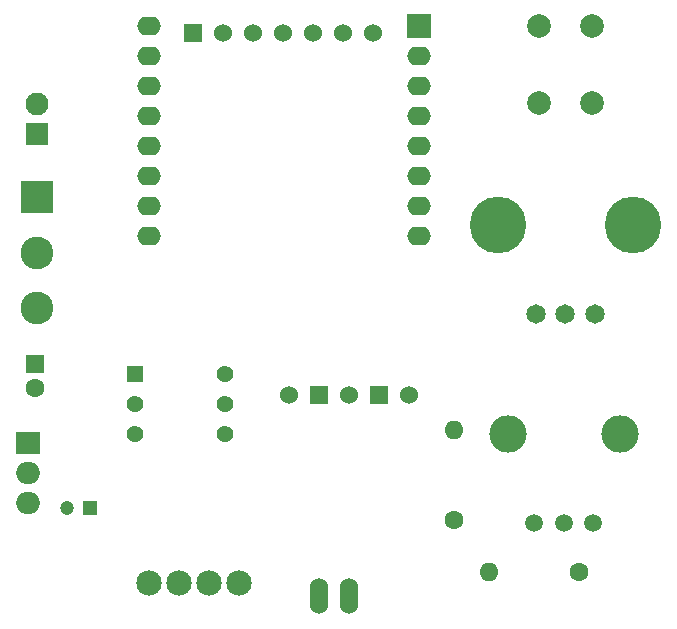
<source format=gbr>
%TF.GenerationSoftware,KiCad,Pcbnew,8.0.8*%
%TF.CreationDate,2025-02-02T21:03:09-08:00*%
%TF.ProjectId,D1Mini,44314d69-6e69-42e6-9b69-6361645f7063,rev?*%
%TF.SameCoordinates,Original*%
%TF.FileFunction,Soldermask,Bot*%
%TF.FilePolarity,Negative*%
%FSLAX46Y46*%
G04 Gerber Fmt 4.6, Leading zero omitted, Abs format (unit mm)*
G04 Created by KiCad (PCBNEW 8.0.8) date 2025-02-02 21:03:09*
%MOMM*%
%LPD*%
G01*
G04 APERTURE LIST*
%ADD10C,1.500000*%
%ADD11C,3.164000*%
%ADD12R,2.775000X2.775000*%
%ADD13C,2.775000*%
%ADD14C,1.650000*%
%ADD15C,4.800000*%
%ADD16R,2.000000X2.000000*%
%ADD17O,2.000000X1.600000*%
%ADD18C,1.524000*%
%ADD19R,1.524000X1.524000*%
%ADD20O,1.524000X3.048000*%
%ADD21R,1.200000X1.200000*%
%ADD22C,1.200000*%
%ADD23R,2.000000X1.905000*%
%ADD24O,2.000000X1.905000*%
%ADD25C,1.425000*%
%ADD26R,1.425000X1.425000*%
%ADD27C,1.950000*%
%ADD28R,1.950000X1.950000*%
%ADD29C,1.600000*%
%ADD30O,1.600000X1.600000*%
%ADD31C,2.154000*%
%ADD32C,2.000000*%
%ADD33R,1.600000X1.600000*%
G04 APERTURE END LIST*
D10*
%TO.C,Volume1*%
X139446121Y-66446638D03*
X141946121Y-66446638D03*
X144446121Y-66446638D03*
D11*
X137196121Y-58946638D03*
X146696121Y-58946638D03*
%TD*%
D12*
%TO.C,Pwr1*%
X97369451Y-38894868D03*
D13*
X97369451Y-43594868D03*
X97369451Y-48294868D03*
%TD*%
D14*
%TO.C,Dimmer1*%
X139575813Y-48762237D03*
X144575813Y-48762237D03*
X142075813Y-48762237D03*
D15*
X147775813Y-41262237D03*
X136375813Y-41262237D03*
%TD*%
D16*
%TO.C,MCU1*%
X129672442Y-24420409D03*
D17*
X129672442Y-26960409D03*
X129672442Y-29500409D03*
X129672442Y-32040409D03*
X129672442Y-34580409D03*
X129672442Y-37120409D03*
X129672442Y-39660409D03*
X129672442Y-42200409D03*
X106812442Y-42200409D03*
X106812442Y-39660409D03*
X106812442Y-37120409D03*
X106812442Y-34580409D03*
X106812442Y-32040409D03*
X106812442Y-29500409D03*
X106812442Y-26960409D03*
X106812442Y-24420409D03*
%TD*%
D18*
%TO.C,Amp1*%
X128827702Y-55653679D03*
D19*
X126287702Y-55653679D03*
D18*
X123747702Y-55653679D03*
D19*
X121207702Y-55653679D03*
D18*
X118667702Y-55653679D03*
D20*
X123747702Y-72653679D03*
X121247702Y-72653679D03*
%TD*%
D19*
%TO.C,Display1*%
X110538649Y-24954903D03*
D18*
X113078649Y-24954903D03*
X115618649Y-24954903D03*
X118158649Y-24954903D03*
X120698649Y-24954903D03*
X123238649Y-24954903D03*
X125778649Y-24954903D03*
%TD*%
D21*
%TO.C,C2*%
X101866945Y-65174343D03*
D22*
X99866945Y-65174343D03*
%TD*%
D23*
%TO.C,U2*%
X96575776Y-59678519D03*
D24*
X96575776Y-62218519D03*
X96575776Y-64758519D03*
%TD*%
D25*
%TO.C,Relay1*%
X113297934Y-53878437D03*
X113297934Y-56418437D03*
X113297934Y-58958437D03*
X105677934Y-58958437D03*
X105677934Y-56418437D03*
D26*
X105677934Y-53878437D03*
%TD*%
D27*
%TO.C,IN1*%
X97369451Y-30958114D03*
D28*
X97369451Y-33498114D03*
%TD*%
D29*
%TO.C,R2*%
X143273771Y-70584692D03*
D30*
X135653771Y-70584692D03*
%TD*%
D29*
%TO.C,R1*%
X132670211Y-66178702D03*
D30*
X132670211Y-58558702D03*
%TD*%
D31*
%TO.C,J1*%
X106851131Y-71544778D03*
X109391131Y-71544778D03*
X111931131Y-71544778D03*
X114471131Y-71544778D03*
%TD*%
D32*
%TO.C,Strt1*%
X144340890Y-24428719D03*
X144340890Y-30928719D03*
X139840890Y-24428719D03*
X139840890Y-30928719D03*
%TD*%
D33*
%TO.C,C1*%
X97193079Y-53004653D03*
D29*
X97193079Y-55004653D03*
%TD*%
M02*

</source>
